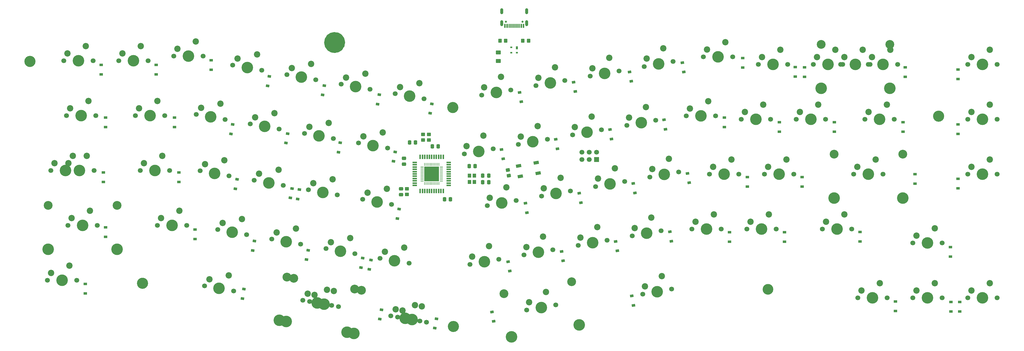
<source format=gbr>
%TF.GenerationSoftware,KiCad,Pcbnew,(6.0.1)*%
%TF.CreationDate,2022-01-26T13:37:34+07:00*%
%TF.ProjectId,Maja V1 PCB Redesign,4d616a61-2056-4312-9050-434220526564,rev?*%
%TF.SameCoordinates,Original*%
%TF.FileFunction,Soldermask,Bot*%
%TF.FilePolarity,Negative*%
%FSLAX46Y46*%
G04 Gerber Fmt 4.6, Leading zero omitted, Abs format (unit mm)*
G04 Created by KiCad (PCBNEW (6.0.1)) date 2022-01-26 13:37:34*
%MOMM*%
%LPD*%
G01*
G04 APERTURE LIST*
G04 Aperture macros list*
%AMRoundRect*
0 Rectangle with rounded corners*
0 $1 Rounding radius*
0 $2 $3 $4 $5 $6 $7 $8 $9 X,Y pos of 4 corners*
0 Add a 4 corners polygon primitive as box body*
4,1,4,$2,$3,$4,$5,$6,$7,$8,$9,$2,$3,0*
0 Add four circle primitives for the rounded corners*
1,1,$1+$1,$2,$3*
1,1,$1+$1,$4,$5*
1,1,$1+$1,$6,$7*
1,1,$1+$1,$8,$9*
0 Add four rect primitives between the rounded corners*
20,1,$1+$1,$2,$3,$4,$5,0*
20,1,$1+$1,$4,$5,$6,$7,0*
20,1,$1+$1,$6,$7,$8,$9,0*
20,1,$1+$1,$8,$9,$2,$3,0*%
%AMRotRect*
0 Rectangle, with rotation*
0 The origin of the aperture is its center*
0 $1 length*
0 $2 width*
0 $3 Rotation angle, in degrees counterclockwise*
0 Add horizontal line*
21,1,$1,$2,0,0,$3*%
G04 Aperture macros list end*
%ADD10C,1.924879*%
%ADD11C,3.624758*%
%ADD12C,1.849879*%
%ADD13RoundRect,0.062500X-0.062500X0.475000X-0.062500X-0.475000X0.062500X-0.475000X0.062500X0.475000X0*%
%ADD14RoundRect,0.062500X-0.475000X0.062500X-0.475000X-0.062500X0.475000X-0.062500X0.475000X0.062500X0*%
%ADD15R,5.200000X5.200000*%
%ADD16R,0.500000X1.500000*%
%ADD17R,1.500000X0.500000*%
%ADD18C,1.700000*%
%ADD19C,4.000000*%
%ADD20C,2.200000*%
%ADD21C,3.050000*%
%ADD22C,0.700000*%
%ADD23R,0.600000X1.450000*%
%ADD24R,0.300000X1.450000*%
%ADD25O,1.050000X2.100000*%
%ADD26RotRect,0.900000X1.200000X80.000000*%
%ADD27RoundRect,0.250000X-0.350000X-0.450000X0.350000X-0.450000X0.350000X0.450000X-0.350000X0.450000X0*%
%ADD28R,1.200000X0.900000*%
%ADD29RotRect,0.900000X1.200000X100.000000*%
%ADD30R,0.700000X1.000000*%
%ADD31R,0.700000X0.600000*%
%ADD32R,1.700000X1.700000*%
%ADD33RoundRect,0.250000X-0.337500X-0.475000X0.337500X-0.475000X0.337500X0.475000X-0.337500X0.475000X0*%
%ADD34R,1.200000X1.400000*%
%ADD35RoundRect,0.250000X-0.450000X0.350000X-0.450000X-0.350000X0.450000X-0.350000X0.450000X0.350000X0*%
%ADD36RoundRect,0.250000X0.337500X0.475000X-0.337500X0.475000X-0.337500X-0.475000X0.337500X-0.475000X0*%
%ADD37RoundRect,0.250000X0.350000X0.450000X-0.350000X0.450000X-0.350000X-0.450000X0.350000X-0.450000X0*%
%ADD38RoundRect,0.250000X-0.475000X0.337500X-0.475000X-0.337500X0.475000X-0.337500X0.475000X0.337500X0*%
%ADD39RoundRect,0.250001X0.624999X-0.462499X0.624999X0.462499X-0.624999X0.462499X-0.624999X-0.462499X0*%
%ADD40RotRect,1.800000X1.100000X190.000000*%
%ADD41RoundRect,0.250000X0.450000X-0.350000X0.450000X0.350000X-0.450000X0.350000X-0.450000X-0.350000X0*%
%ADD42RoundRect,0.250000X0.503940X-0.266541X0.382387X0.422824X-0.503940X0.266541X-0.382387X-0.422824X0*%
%ADD43RoundRect,0.250000X0.475000X-0.337500X0.475000X0.337500X-0.475000X0.337500X-0.475000X-0.337500X0*%
G04 APERTURE END LIST*
D10*
X192339491Y-188640764D02*
G75*
G03*
X192339491Y-188640764I-962439J0D01*
G01*
D11*
X152041012Y-90066692D02*
G75*
G03*
X152041012Y-90066692I-1812379J0D01*
G01*
D12*
X301280741Y-175742746D02*
G75*
G03*
X301280741Y-175742746I-924939J0D01*
G01*
D10*
X84639503Y-173640769D02*
G75*
G03*
X84639503Y-173640769I-962439J0D01*
G01*
X192139491Y-112640764D02*
G75*
G03*
X192139491Y-112640764I-962439J0D01*
G01*
X360439485Y-115640758D02*
G75*
G03*
X360439485Y-115640758I-962439J0D01*
G01*
X45639479Y-96640770D02*
G75*
G03*
X45639479Y-96640770I-962439J0D01*
G01*
D13*
%TO.C,U1*%
X181362497Y-132351256D03*
X181862497Y-132351256D03*
X182362497Y-132351256D03*
X182862497Y-132351256D03*
X183362497Y-132351256D03*
X183862497Y-132351256D03*
X184362497Y-132351256D03*
X184862497Y-132351256D03*
X185362497Y-132351256D03*
X185862497Y-132351256D03*
X186362497Y-132351256D03*
D14*
X187199997Y-133188756D03*
X187199997Y-133688756D03*
X187199997Y-134188756D03*
X187199997Y-134688756D03*
X187199997Y-135188756D03*
X187199997Y-135688756D03*
X187199997Y-136188756D03*
X187199997Y-136688756D03*
X187199997Y-137188756D03*
X187199997Y-137688756D03*
X187199997Y-138188756D03*
D13*
X186362497Y-139026256D03*
X185862497Y-139026256D03*
X185362497Y-139026256D03*
X184862497Y-139026256D03*
X184362497Y-139026256D03*
X183862497Y-139026256D03*
X183362497Y-139026256D03*
X182862497Y-139026256D03*
X182362497Y-139026256D03*
X181862497Y-139026256D03*
X181362497Y-139026256D03*
D14*
X180524997Y-138188756D03*
X180524997Y-137688756D03*
X180524997Y-137188756D03*
X180524997Y-136688756D03*
X180524997Y-136188756D03*
X180524997Y-135688756D03*
X180524997Y-135188756D03*
X180524997Y-134688756D03*
X180524997Y-134188756D03*
X180524997Y-133688756D03*
X180524997Y-133188756D03*
D15*
X183862497Y-135688756D03*
%TD*%
D16*
%TO.C,REF\u002A\u002A*%
X179862497Y-129788756D03*
X180662497Y-129788756D03*
X181462497Y-129788756D03*
X182262497Y-129788756D03*
X183062497Y-129788756D03*
X183862497Y-129788756D03*
X184662497Y-129788756D03*
X185462497Y-129788756D03*
X186262497Y-129788756D03*
X187062497Y-129788756D03*
X187862497Y-129788756D03*
D17*
X189762497Y-131688756D03*
X189762497Y-132488756D03*
X189762497Y-133288756D03*
X189762497Y-134088756D03*
X189762497Y-134888756D03*
X189762497Y-135688756D03*
X189762497Y-136488756D03*
X189762497Y-137288756D03*
X189762497Y-138088756D03*
X189762497Y-138888756D03*
X189762497Y-139688756D03*
D16*
X187862497Y-141588756D03*
X187062497Y-141588756D03*
X186262497Y-141588756D03*
X185462497Y-141588756D03*
X184662497Y-141588756D03*
X183862497Y-141588756D03*
X183062497Y-141588756D03*
X182262497Y-141588756D03*
X181462497Y-141588756D03*
X180662497Y-141588756D03*
X179862497Y-141588756D03*
D17*
X177962497Y-139688756D03*
X177962497Y-138888756D03*
X177962497Y-138088756D03*
X177962497Y-137288756D03*
X177962497Y-136488756D03*
X177962497Y-135688756D03*
X177962497Y-134888756D03*
X177962497Y-134088756D03*
X177962497Y-133288756D03*
X177962497Y-132488756D03*
X177962497Y-131688756D03*
%TD*%
D18*
%TO.C,K40*%
X250676499Y-138290368D03*
X240670853Y-140054633D03*
D19*
X245673676Y-139172501D03*
D20*
X241480492Y-137332689D03*
X247292955Y-133728611D03*
%TD*%
D18*
%TO.C,K31*%
X369602676Y-116740950D03*
X379762676Y-116740950D03*
D19*
X374682676Y-116740950D03*
D20*
X370872676Y-114200950D03*
X377222676Y-111660950D03*
%TD*%
D18*
%TO.C,K54*%
X244604499Y-158704718D03*
X234598853Y-160468983D03*
D19*
X239601676Y-159586851D03*
D20*
X235408492Y-157747039D03*
X241220955Y-154142961D03*
%TD*%
D18*
%TO.C,K33*%
X93061026Y-134458350D03*
D19*
X87981026Y-134458350D03*
D18*
X82901026Y-134458350D03*
D20*
X84171026Y-131918350D03*
X90521026Y-129378350D03*
%TD*%
D18*
%TO.C,K62*%
X141578993Y-179989844D03*
D21*
X159516566Y-176044736D03*
D19*
X133431743Y-186920380D03*
D21*
X136078142Y-171911909D03*
D18*
X151584640Y-181754110D03*
D19*
X146581817Y-180871977D03*
X156870168Y-191053206D03*
D20*
X143270765Y-177708966D03*
X149965361Y-176310220D03*
%TD*%
D19*
%TO.C,K21*%
X144781677Y-122513775D03*
D18*
X139778853Y-121631642D03*
X149784500Y-123395908D03*
D20*
X141470625Y-119350764D03*
X148165221Y-117952018D03*
%TD*%
D19*
%TO.C,K16*%
X374682676Y-97692200D03*
D18*
X369602676Y-97692200D03*
X379762676Y-97692200D03*
D20*
X370872676Y-95152200D03*
X377222676Y-92612200D03*
%TD*%
D18*
%TO.C,K6*%
X162472249Y-106289408D03*
X152466602Y-104525142D03*
D19*
X157469426Y-105407275D03*
D20*
X154158374Y-102244264D03*
X160852970Y-100845518D03*
%TD*%
D18*
%TO.C,K69*%
X335758179Y-97692229D03*
D19*
X330678179Y-97692229D03*
D18*
X325598179Y-97692229D03*
D21*
X342578179Y-90692229D03*
D19*
X342578179Y-105932229D03*
D21*
X318778179Y-90692229D03*
D19*
X318778179Y-105932229D03*
D20*
X326868179Y-95152229D03*
X333218179Y-92612229D03*
%TD*%
D18*
%TO.C,K48*%
X109711603Y-155017667D03*
D19*
X114714427Y-155899800D03*
D18*
X119717250Y-156781933D03*
D20*
X111403375Y-152736789D03*
X118097971Y-151338043D03*
%TD*%
D18*
%TO.C,K2*%
X75470626Y-96358200D03*
D19*
X80550626Y-96358200D03*
D18*
X85630626Y-96358200D03*
D20*
X76740626Y-93818200D03*
X83090626Y-91278200D03*
%TD*%
D19*
%TO.C,K70*%
X154525094Y-190639706D03*
D21*
X133733068Y-171498409D03*
D19*
X131086669Y-186506880D03*
X144236743Y-180458477D03*
D18*
X149239566Y-181340610D03*
X139233919Y-179576344D03*
D21*
X157171492Y-175631236D03*
D20*
X140925691Y-177295466D03*
X147620287Y-175896720D03*
%TD*%
D18*
%TO.C,K14*%
X316073179Y-97692229D03*
D19*
X321153179Y-97692229D03*
D18*
X326233179Y-97692229D03*
D20*
X317343179Y-95152229D03*
X323693179Y-92612229D03*
%TD*%
D19*
%TO.C,K65*%
X261939565Y-176564269D03*
D18*
X266942388Y-175682136D03*
X256936742Y-177446401D03*
D20*
X257746381Y-174724457D03*
X263558844Y-171120379D03*
%TD*%
D18*
%TO.C,K56*%
X284132176Y-154791650D03*
D19*
X279052176Y-154791650D03*
D18*
X273972176Y-154791650D03*
D20*
X275242176Y-152251650D03*
X281592176Y-149711650D03*
%TD*%
D18*
%TO.C,K52*%
X197077853Y-167084782D03*
X207083499Y-165320517D03*
D19*
X202080676Y-166202650D03*
D20*
X197887492Y-164362838D03*
X203699955Y-160758760D03*
%TD*%
D18*
%TO.C,K3*%
X94520626Y-94770700D03*
D19*
X99600626Y-94770700D03*
D18*
X104680626Y-94770700D03*
D20*
X95790626Y-92230700D03*
X102140626Y-89690700D03*
%TD*%
D19*
%TO.C,K36*%
X146164176Y-142100900D03*
D18*
X141161352Y-141218767D03*
X151166999Y-142983033D03*
D20*
X142853124Y-138937889D03*
X149547720Y-137539143D03*
%TD*%
D18*
%TO.C,K37*%
X159921602Y-144527117D03*
D19*
X164924426Y-145409250D03*
D18*
X169927249Y-146291383D03*
D20*
X161613374Y-142246239D03*
X168307970Y-140847493D03*
%TD*%
D18*
%TO.C,K27*%
X272067176Y-115522650D03*
D19*
X277147176Y-115522650D03*
D18*
X282227176Y-115522650D03*
D20*
X273337176Y-112982650D03*
X279687176Y-110442650D03*
%TD*%
D21*
%TO.C,K64*%
X208869177Y-177241584D03*
D18*
X226806749Y-181186692D03*
X216801103Y-182950957D03*
D21*
X232307601Y-173108757D03*
D19*
X221803926Y-182068825D03*
X211515575Y-192250054D03*
X234953999Y-188117227D03*
D20*
X217610742Y-180229013D03*
X223423205Y-176624935D03*
%TD*%
D18*
%TO.C,K51*%
X175999500Y-166705933D03*
X165993853Y-164941667D03*
D19*
X170996677Y-165823800D03*
D20*
X167685625Y-162660789D03*
X174380221Y-161262043D03*
%TD*%
D19*
%TO.C,K1*%
X61500626Y-96358200D03*
D18*
X56420626Y-96358200D03*
X66580626Y-96358200D03*
D20*
X57690626Y-93818200D03*
X64040626Y-91278200D03*
%TD*%
D18*
%TO.C,K22*%
X168545000Y-126703933D03*
X158539353Y-124939667D03*
D19*
X163542177Y-125821800D03*
D20*
X160231125Y-122658789D03*
X166925721Y-121260043D03*
%TD*%
D18*
%TO.C,K11*%
X267511999Y-96633568D03*
X257506353Y-98397833D03*
D19*
X262509176Y-97515701D03*
D20*
X258315992Y-95675889D03*
X264128455Y-92071811D03*
%TD*%
D19*
%TO.C,K35*%
X127403177Y-138793600D03*
D18*
X132406000Y-139675733D03*
X122400353Y-137911467D03*
D20*
X124092125Y-135630589D03*
X130786721Y-134231843D03*
%TD*%
D18*
%TO.C,K18*%
X81186176Y-115408350D03*
X91346176Y-115408350D03*
D19*
X86266176Y-115408350D03*
D20*
X82456176Y-112868350D03*
X88806176Y-110328350D03*
%TD*%
D18*
%TO.C,K44*%
X330073676Y-135790950D03*
D19*
X347053676Y-144030950D03*
D18*
X340233676Y-135790950D03*
D21*
X347053676Y-128790950D03*
D19*
X335153676Y-135790950D03*
D21*
X323253676Y-128790950D03*
D19*
X323253676Y-144030950D03*
D20*
X331343676Y-133250950D03*
X337693676Y-130710950D03*
%TD*%
D19*
%TO.C,K50*%
X152235926Y-162515800D03*
D18*
X147233102Y-161633667D03*
X157238749Y-163397933D03*
D20*
X148924874Y-159352789D03*
X155619470Y-157954043D03*
%TD*%
D18*
%TO.C,K34*%
X103639802Y-134602767D03*
D19*
X108642626Y-135484900D03*
D18*
X113645449Y-136367033D03*
D20*
X105331574Y-132321889D03*
X112026170Y-130923143D03*
%TD*%
D18*
%TO.C,K26*%
X261439499Y-117048017D03*
D19*
X256436676Y-117930150D03*
D18*
X251433853Y-118812282D03*
D20*
X252243492Y-116090338D03*
X258055955Y-112486260D03*
%TD*%
D19*
%TO.C,K10*%
X243748176Y-100824301D03*
D18*
X238745353Y-101706433D03*
X248750999Y-99942168D03*
D20*
X239554992Y-98984489D03*
X245367455Y-95380411D03*
%TD*%
D18*
%TO.C,K63*%
X182070595Y-187129606D03*
D19*
X177067772Y-186247473D03*
D18*
X172064948Y-185365340D03*
D20*
X173756720Y-183084462D03*
X180451316Y-181685716D03*
%TD*%
D19*
%TO.C,K15*%
X340203179Y-97692229D03*
D18*
X345283179Y-97692229D03*
X335123179Y-97692229D03*
D20*
X336393179Y-95152229D03*
X342743179Y-92612229D03*
%TD*%
D19*
%TO.C,K20*%
X126021426Y-119205448D03*
D18*
X131024249Y-120087581D03*
X121018602Y-118323315D03*
D20*
X122710374Y-116042437D03*
X129404970Y-114643691D03*
%TD*%
D18*
%TO.C,K17*%
X67533676Y-115408350D03*
D19*
X62453676Y-115408350D03*
D18*
X57373676Y-115408350D03*
D20*
X58643676Y-112868350D03*
X64993676Y-110328350D03*
%TD*%
D18*
%TO.C,K7*%
X181234249Y-109597333D03*
D19*
X176231426Y-108715200D03*
D18*
X171228602Y-107833067D03*
D20*
X172920374Y-105552189D03*
X179614970Y-104153443D03*
%TD*%
D19*
%TO.C,K19*%
X107260526Y-115897800D03*
D18*
X102257702Y-115015667D03*
X112263349Y-116779933D03*
D20*
X103949474Y-112734789D03*
X110644070Y-111336043D03*
%TD*%
D18*
%TO.C,K5*%
X133706603Y-101217167D03*
X143712250Y-102981433D03*
D19*
X138709427Y-102099300D03*
D20*
X135398375Y-98936289D03*
X142092971Y-97537543D03*
%TD*%
D19*
%TO.C,K24*%
X218915426Y-124545950D03*
D18*
X223918249Y-123663817D03*
X213912603Y-125428082D03*
D20*
X214722242Y-122706138D03*
X220534705Y-119102060D03*
%TD*%
D19*
%TO.C,K28*%
X296197176Y-116740950D03*
D18*
X301277176Y-116740950D03*
X291117176Y-116740950D03*
D20*
X292387176Y-114200950D03*
X298737176Y-111660950D03*
%TD*%
D19*
%TO.C,K67*%
X355632676Y-178654050D03*
D18*
X350552676Y-178654050D03*
X360712676Y-178654050D03*
D20*
X351822676Y-176114050D03*
X358172676Y-173574050D03*
%TD*%
D18*
%TO.C,K59*%
X350552676Y-159603950D03*
X360712676Y-159603950D03*
D19*
X355632676Y-159603950D03*
D20*
X351822676Y-157063950D03*
X358172676Y-154523950D03*
%TD*%
D18*
%TO.C,K8*%
X211229999Y-106558268D03*
D19*
X206227176Y-107440401D03*
D18*
X201224353Y-108322533D03*
D20*
X202033992Y-105600589D03*
X207846455Y-101996511D03*
%TD*%
D18*
%TO.C,K9*%
X229990749Y-103249417D03*
X219985103Y-105013682D03*
D19*
X224987926Y-104131550D03*
D20*
X220794742Y-102291738D03*
X226607205Y-98687660D03*
%TD*%
D19*
%TO.C,K39*%
X226913426Y-142479775D03*
D18*
X231916249Y-141597642D03*
X221910603Y-143361907D03*
D20*
X222720242Y-140639963D03*
X228532705Y-137035885D03*
%TD*%
D18*
%TO.C,K49*%
X138479000Y-160089933D03*
D19*
X133476177Y-159207800D03*
D18*
X128473353Y-158325667D03*
D20*
X130165125Y-156044789D03*
X136859721Y-154646043D03*
%TD*%
D19*
%TO.C,K43*%
X304197676Y-135790950D03*
D18*
X299117676Y-135790950D03*
X309277676Y-135790950D03*
D20*
X300387676Y-133250950D03*
X306737676Y-130710950D03*
%TD*%
D18*
%TO.C,K47*%
X88806519Y-153578991D03*
X98966519Y-153578991D03*
D19*
X93886519Y-153578991D03*
D20*
X90076519Y-151038991D03*
X96426519Y-148498991D03*
%TD*%
D18*
%TO.C,K58*%
X319215926Y-154791650D03*
X329375926Y-154791650D03*
D19*
X324295926Y-154791650D03*
D20*
X320485926Y-152251650D03*
X326835926Y-149711650D03*
%TD*%
D19*
%TO.C,K29*%
X315247176Y-116740950D03*
D18*
X310167176Y-116740950D03*
X320327176Y-116740950D03*
D20*
X311437176Y-114200950D03*
X317787176Y-111660950D03*
%TD*%
D19*
%TO.C,K23*%
X200155176Y-127854650D03*
D18*
X205157999Y-126972517D03*
X195152353Y-128736782D03*
D20*
X195961992Y-126014838D03*
X201774455Y-122410760D03*
%TD*%
D19*
%TO.C,K71*%
X174722698Y-185833973D03*
D18*
X179725521Y-186716106D03*
X169719874Y-184951840D03*
D20*
X171411646Y-182670962D03*
X178106242Y-181272216D03*
%TD*%
D18*
%TO.C,K61*%
X105201220Y-174551034D03*
D19*
X110204044Y-175433167D03*
D18*
X115206867Y-176315300D03*
D20*
X106892992Y-172270156D03*
X113587588Y-170871410D03*
%TD*%
D18*
%TO.C,K45*%
X369602676Y-135790950D03*
D19*
X374682676Y-135790950D03*
D18*
X379762676Y-135790950D03*
D20*
X370872676Y-133250950D03*
X377222676Y-130710950D03*
%TD*%
D19*
%TO.C,K42*%
X285147676Y-135790950D03*
D18*
X290227676Y-135790950D03*
X280067676Y-135790950D03*
D20*
X281337676Y-133250950D03*
X287687676Y-130710950D03*
%TD*%
D18*
%TO.C,K25*%
X242678249Y-120356293D03*
X232672603Y-122120558D03*
D19*
X237675426Y-121238426D03*
D20*
X233482242Y-119398614D03*
X239294705Y-115794536D03*
%TD*%
D19*
%TO.C,K32*%
X61786469Y-134458691D03*
D18*
X66866469Y-134458691D03*
X56706469Y-134458691D03*
D20*
X57976469Y-131918691D03*
X64326469Y-129378691D03*
%TD*%
D18*
%TO.C,K38*%
X213155499Y-144906343D03*
D19*
X208152676Y-145788476D03*
D18*
X203149853Y-146670608D03*
D20*
X203959492Y-143948664D03*
X209771955Y-140344586D03*
%TD*%
D19*
%TO.C,K46*%
X51021615Y-161819046D03*
X62921615Y-153579046D03*
D21*
X51021615Y-146579046D03*
D18*
X68001615Y-153579046D03*
D21*
X74821615Y-146579046D03*
D18*
X57841615Y-153579046D03*
D19*
X74821615Y-161819046D03*
D20*
X59111615Y-151039046D03*
X65461615Y-148499046D03*
%TD*%
D19*
%TO.C,K68*%
X374682676Y-178654050D03*
D18*
X369602676Y-178654050D03*
X379762676Y-178654050D03*
D20*
X370872676Y-176114050D03*
X377222676Y-173574050D03*
%TD*%
D19*
%TO.C,K30*%
X339060676Y-116740950D03*
D18*
X333980676Y-116740950D03*
X344140676Y-116740950D03*
D20*
X335250676Y-114200950D03*
X341600676Y-111660950D03*
%TD*%
D18*
%TO.C,K57*%
X303182176Y-154791650D03*
X293022176Y-154791650D03*
D19*
X298102176Y-154791650D03*
D20*
X294292176Y-152251650D03*
X300642176Y-149711650D03*
%TD*%
D18*
%TO.C,K66*%
X331502676Y-178654050D03*
X341662676Y-178654050D03*
D19*
X336582676Y-178654050D03*
D20*
X332772676Y-176114050D03*
X339122676Y-173574050D03*
%TD*%
D18*
%TO.C,K41*%
X259432103Y-136745932D03*
X269437749Y-134981667D03*
D19*
X264434926Y-135863800D03*
D20*
X260241742Y-134023988D03*
X266054205Y-130419910D03*
%TD*%
D19*
%TO.C,K12*%
X283052676Y-95024200D03*
D18*
X288132676Y-95024200D03*
X277972676Y-95024200D03*
D20*
X279242676Y-92484200D03*
X285592676Y-89944200D03*
%TD*%
D18*
%TO.C,K60*%
X60865976Y-172629500D03*
D19*
X55785976Y-172629500D03*
D18*
X50705976Y-172629500D03*
D20*
X51975976Y-170089500D03*
X58325976Y-167549500D03*
%TD*%
D18*
%TO.C,K4*%
X124951750Y-99673333D03*
X114946103Y-97909067D03*
D19*
X119948927Y-98791200D03*
D20*
X116637875Y-95628189D03*
X123332471Y-94229443D03*
%TD*%
D19*
%TO.C,K72*%
X57023969Y-134458691D03*
D18*
X62103969Y-134458691D03*
X51943969Y-134458691D03*
D20*
X53213969Y-131918691D03*
X59563969Y-129378691D03*
%TD*%
D18*
%TO.C,K53*%
X215838353Y-163776883D03*
D19*
X220841176Y-162894751D03*
D18*
X225843999Y-162012618D03*
D20*
X216647992Y-161054939D03*
X222460455Y-157450861D03*
%TD*%
D19*
%TO.C,K55*%
X258362176Y-156278851D03*
D18*
X253359353Y-157160983D03*
X263364999Y-155396718D03*
D20*
X254168992Y-154439039D03*
X259981455Y-150834961D03*
%TD*%
D18*
%TO.C,K13*%
X307182676Y-97692200D03*
D19*
X302102676Y-97692200D03*
D18*
X297022676Y-97692200D03*
D20*
X298292676Y-95152200D03*
X304642676Y-92612200D03*
%TD*%
D22*
%TO.C,J1*%
X209547499Y-82870000D03*
X215327499Y-82870000D03*
D23*
X209187499Y-84315000D03*
X209987499Y-84315000D03*
D24*
X211187499Y-84315000D03*
X212187499Y-84315000D03*
X212687499Y-84315000D03*
X213687499Y-84315000D03*
D23*
X215687499Y-84315000D03*
X214887499Y-84315000D03*
D24*
X214187499Y-84315000D03*
X213187499Y-84315000D03*
X211687499Y-84315000D03*
X210687499Y-84315000D03*
D25*
X208117499Y-83400000D03*
X216757499Y-83400000D03*
X208117499Y-79220000D03*
X216757499Y-79220000D03*
%TD*%
D26*
%TO.C,D36*%
X137407179Y-144376619D03*
X137980217Y-141126753D03*
%TD*%
D27*
%TO.C,R1*%
X215442140Y-89444821D03*
X217442140Y-89444821D03*
%TD*%
D28*
%TO.C,D59*%
X363577643Y-164373111D03*
X363577643Y-161073111D03*
%TD*%
D29*
%TO.C,D53*%
X229412762Y-165834490D03*
X228839724Y-162584624D03*
%TD*%
D30*
%TO.C,U2*%
X213417140Y-91907321D03*
D31*
X213417140Y-93607321D03*
X211417140Y-93607321D03*
X211417140Y-91707321D03*
%TD*%
D28*
%TO.C,D2*%
X88385500Y-101153344D03*
X88385500Y-97853344D03*
%TD*%
D29*
%TO.C,D11*%
X271234519Y-100334527D03*
X270661481Y-97084661D03*
%TD*%
D28*
%TO.C,D47*%
X101879250Y-158303344D03*
X101879250Y-155003344D03*
%TD*%
D29*
%TO.C,D25*%
X246163922Y-123549116D03*
X245590884Y-120299250D03*
%TD*%
D28*
%TO.C,D33*%
X96323000Y-138459594D03*
X96323000Y-135159594D03*
%TD*%
D29*
%TO.C,D10*%
X252978269Y-103509527D03*
X252405231Y-100259661D03*
%TD*%
D26*
%TO.C,D21*%
X151598981Y-128115777D03*
X152172019Y-124865911D03*
%TD*%
D28*
%TO.C,D17*%
X70923000Y-119409594D03*
X70923000Y-116109594D03*
%TD*%
%TO.C,D31*%
X366198000Y-121790844D03*
X366198000Y-118490844D03*
%TD*%
D26*
%TO.C,D48*%
X121888250Y-162247027D03*
X122461288Y-158997161D03*
%TD*%
D28*
%TO.C,D68*%
X366772296Y-183395817D03*
X366772296Y-180095817D03*
%TD*%
D26*
%TO.C,D22*%
X170648979Y-131290765D03*
X171222017Y-128040899D03*
%TD*%
D29*
%TO.C,D40*%
X254238589Y-142247874D03*
X253665551Y-138998008D03*
%TD*%
D26*
%TO.C,D37*%
X172010377Y-151144259D03*
X172583415Y-147894393D03*
%TD*%
D29*
%TO.C,D39*%
X235554710Y-145636143D03*
X234981672Y-142386277D03*
%TD*%
D28*
%TO.C,D3*%
X107435500Y-99565844D03*
X107435500Y-96265844D03*
%TD*%
%TO.C,D56*%
X287003998Y-159258804D03*
X287003998Y-155958804D03*
%TD*%
D26*
%TO.C,D4*%
X126992731Y-105097027D03*
X127565769Y-101847161D03*
%TD*%
%TO.C,D50*%
X159352815Y-168184927D03*
X159925853Y-164935061D03*
%TD*%
D28*
%TO.C,D66*%
X344554938Y-183299009D03*
X344554938Y-179999009D03*
%TD*%
D29*
%TO.C,D65*%
X253772019Y-181297027D03*
X253198981Y-178047161D03*
%TD*%
%TO.C,D26*%
X264884519Y-120178277D03*
X264311481Y-116928411D03*
%TD*%
D28*
%TO.C,D18*%
X94735500Y-119409594D03*
X94735500Y-116109594D03*
%TD*%
%TO.C,D27*%
X285235500Y-119409594D03*
X285235500Y-116109594D03*
%TD*%
D18*
%TO.C,J2*%
X235934640Y-128112321D03*
X235934640Y-130652321D03*
X238474640Y-128112321D03*
X238474640Y-130652321D03*
X241014640Y-128112321D03*
D32*
X241014640Y-130652321D03*
%TD*%
D28*
%TO.C,D32*%
X70129250Y-138459594D03*
X70129250Y-135159594D03*
%TD*%
D29*
%TO.C,D24*%
X227426262Y-126926628D03*
X226853224Y-123676762D03*
%TD*%
%TO.C,D23*%
X208624063Y-130454729D03*
X208051025Y-127204863D03*
%TD*%
D28*
%TO.C,D12*%
X291585500Y-98772094D03*
X291585500Y-95472094D03*
%TD*%
%TO.C,D28*%
X304285500Y-120997094D03*
X304285500Y-117697094D03*
%TD*%
D29*
%TO.C,D9*%
X233576624Y-107099214D03*
X233003586Y-103849348D03*
%TD*%
%TO.C,D41*%
X273051544Y-138762799D03*
X272478506Y-135512933D03*
%TD*%
D26*
%TO.C,D63*%
X184936481Y-189234527D03*
X185509519Y-185984661D03*
%TD*%
D33*
%TO.C,C4*%
X188277374Y-144486581D03*
X190352374Y-144486581D03*
%TD*%
D28*
%TO.C,D58*%
X332260365Y-159145497D03*
X332260365Y-155845497D03*
%TD*%
D29*
%TO.C,D52*%
X210909519Y-169390777D03*
X210336481Y-166140911D03*
%TD*%
D28*
%TO.C,D44*%
X351318735Y-139104855D03*
X351318735Y-135804855D03*
%TD*%
%TO.C,D57*%
X306042839Y-159194265D03*
X306042839Y-155894265D03*
%TD*%
%TO.C,D42*%
X293234138Y-140048730D03*
X293234138Y-136748730D03*
%TD*%
D29*
%TO.C,D64*%
X205353269Y-186853277D03*
X204780231Y-183603411D03*
%TD*%
%TO.C,D38*%
X216870831Y-149121218D03*
X216297793Y-145871352D03*
%TD*%
%TO.C,D54*%
X248150423Y-162392440D03*
X247577385Y-159142574D03*
%TD*%
D33*
%TO.C,C2*%
X201543196Y-138526243D03*
X203618196Y-138526243D03*
%TD*%
D26*
%TO.C,D61*%
X118261481Y-178915777D03*
X118834519Y-175665911D03*
%TD*%
%TO.C,D5*%
X146042731Y-108272027D03*
X146615769Y-105022161D03*
%TD*%
D28*
%TO.C,D13*%
X309773782Y-101914337D03*
X309773782Y-98614337D03*
%TD*%
%TO.C,D14*%
X313016750Y-101947094D03*
X313016750Y-98647094D03*
%TD*%
%TO.C,D43*%
X312184238Y-140121335D03*
X312184238Y-136821335D03*
%TD*%
D26*
%TO.C,D49*%
X140486481Y-165422027D03*
X141059519Y-162172161D03*
%TD*%
D34*
%TO.C,Y1*%
X196968196Y-138506243D03*
X196968196Y-136306243D03*
X198668196Y-136306243D03*
X198668196Y-138506243D03*
%TD*%
D35*
%TO.C,R4*%
X180822219Y-121936994D03*
X180822219Y-123936994D03*
%TD*%
D28*
%TO.C,D15*%
X347941750Y-101947094D03*
X347941750Y-98647094D03*
%TD*%
D35*
%TO.C,R5*%
X182854092Y-121952993D03*
X182854092Y-123952993D03*
%TD*%
D26*
%TO.C,D7*%
X183348981Y-114622027D03*
X183922019Y-111372161D03*
%TD*%
D28*
%TO.C,D16*%
X366198000Y-102740844D03*
X366198000Y-99440844D03*
%TD*%
%TO.C,D67*%
X363722855Y-183395817D03*
X363722855Y-180095817D03*
%TD*%
D26*
%TO.C,D62*%
X165886481Y-186059527D03*
X166459519Y-182809661D03*
%TD*%
D36*
%TO.C,C6*%
X178254640Y-124732321D03*
X176179640Y-124732321D03*
%TD*%
D37*
%TO.C,R2*%
X209504640Y-89444821D03*
X207504640Y-89444821D03*
%TD*%
D38*
%TO.C,C8*%
X174267140Y-130244821D03*
X174267140Y-132319821D03*
%TD*%
D39*
%TO.C,F1*%
X206917140Y-96488571D03*
X206917140Y-93513571D03*
%TD*%
D26*
%TO.C,D51*%
X162224775Y-168798042D03*
X162797813Y-165548176D03*
%TD*%
D28*
%TO.C,D45*%
X366198000Y-140702181D03*
X366198000Y-137402181D03*
%TD*%
D36*
%TO.C,C3*%
X198927405Y-132960261D03*
X196852405Y-132960261D03*
%TD*%
D28*
%TO.C,D1*%
X69335500Y-101153344D03*
X69335500Y-97853344D03*
%TD*%
D26*
%TO.C,D34*%
X115880231Y-140815777D03*
X116453269Y-137565911D03*
%TD*%
D28*
%TO.C,D60*%
X63817827Y-177208496D03*
X63817827Y-173908496D03*
%TD*%
D26*
%TO.C,D19*%
X114292731Y-121765777D03*
X114865769Y-118515911D03*
%TD*%
D40*
%TO.C,S1*%
X220061294Y-131772116D03*
X213955486Y-132848735D03*
X220703792Y-135415905D03*
X214597984Y-136492524D03*
%TD*%
D26*
%TO.C,D6*%
X165092731Y-111447027D03*
X165665769Y-108197161D03*
%TD*%
D41*
%TO.C,R6*%
X175267140Y-142832321D03*
X175267140Y-140832321D03*
%TD*%
D33*
%TO.C,C5*%
X201543196Y-136256243D03*
X203618196Y-136256243D03*
%TD*%
D28*
%TO.C,D46*%
X70923000Y-157509594D03*
X70923000Y-154209594D03*
%TD*%
D42*
%TO.C,R3*%
X210590788Y-136317129D03*
X210243492Y-134347513D03*
%TD*%
D29*
%TO.C,D55*%
X266909597Y-159014928D03*
X266336559Y-155765062D03*
%TD*%
D26*
%TO.C,D35*%
X134930231Y-143990777D03*
X135503269Y-140740911D03*
%TD*%
D43*
%TO.C,C7*%
X173217140Y-142919821D03*
X173217140Y-140844821D03*
%TD*%
D28*
%TO.C,D29*%
X323324009Y-120997094D03*
X323324009Y-117697094D03*
%TD*%
%TO.C,D30*%
X347148000Y-120997094D03*
X347148000Y-117697094D03*
%TD*%
D26*
%TO.C,D20*%
X133342731Y-124940777D03*
X133915769Y-121690911D03*
%TD*%
D29*
%TO.C,D8*%
X214878269Y-110653277D03*
X214305231Y-107403411D03*
%TD*%
D36*
%TO.C,C1*%
X186154640Y-126132321D03*
X184079640Y-126132321D03*
%TD*%
M02*

</source>
